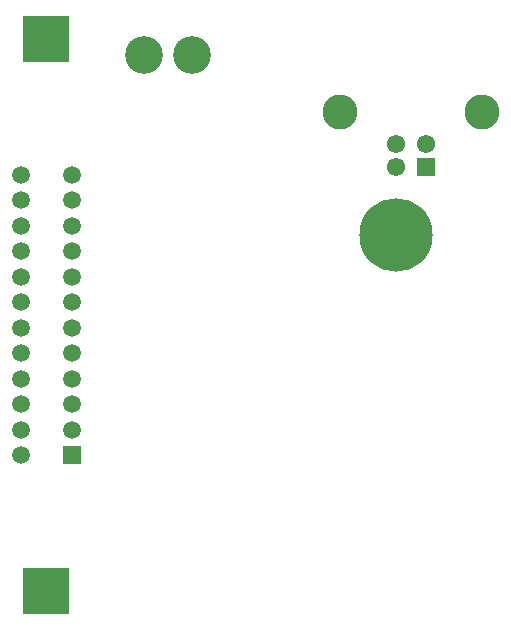
<source format=gbs>
G04*
G04 #@! TF.GenerationSoftware,Altium Limited,Altium Designer,18.1.7 (191)*
G04*
G04 Layer_Color=16711935*
%FSLAX25Y25*%
%MOIN*%
G70*
G01*
G75*
%ADD58C,0.12611*%
%ADD59R,0.15800X0.15800*%
%ADD60C,0.05918*%
%ADD61R,0.05918X0.05918*%
%ADD62R,0.06115X0.06115*%
%ADD63C,0.06115*%
%ADD64C,0.11627*%
%ADD65C,0.24422*%
D58*
X74579Y-21654D02*
D03*
X90551D02*
D03*
D59*
X41854Y-200349D02*
D03*
Y-16097D02*
D03*
D60*
X33465Y-61475D02*
D03*
Y-69936D02*
D03*
Y-78439D02*
D03*
Y-86975D02*
D03*
Y-95475D02*
D03*
Y-103975D02*
D03*
Y-112475D02*
D03*
Y-120975D02*
D03*
Y-129475D02*
D03*
Y-137975D02*
D03*
Y-146475D02*
D03*
Y-154975D02*
D03*
X50354Y-61432D02*
D03*
Y-69936D02*
D03*
Y-78439D02*
D03*
Y-86944D02*
D03*
Y-95447D02*
D03*
Y-103951D02*
D03*
Y-112455D02*
D03*
Y-120959D02*
D03*
Y-129463D02*
D03*
Y-137967D02*
D03*
Y-146471D02*
D03*
D61*
Y-154975D02*
D03*
D62*
X168307Y-59055D02*
D03*
D63*
X158465D02*
D03*
Y-51181D02*
D03*
X168307D02*
D03*
D64*
X139685Y-40512D02*
D03*
X187087D02*
D03*
D65*
X158465Y-81693D02*
D03*
M02*

</source>
